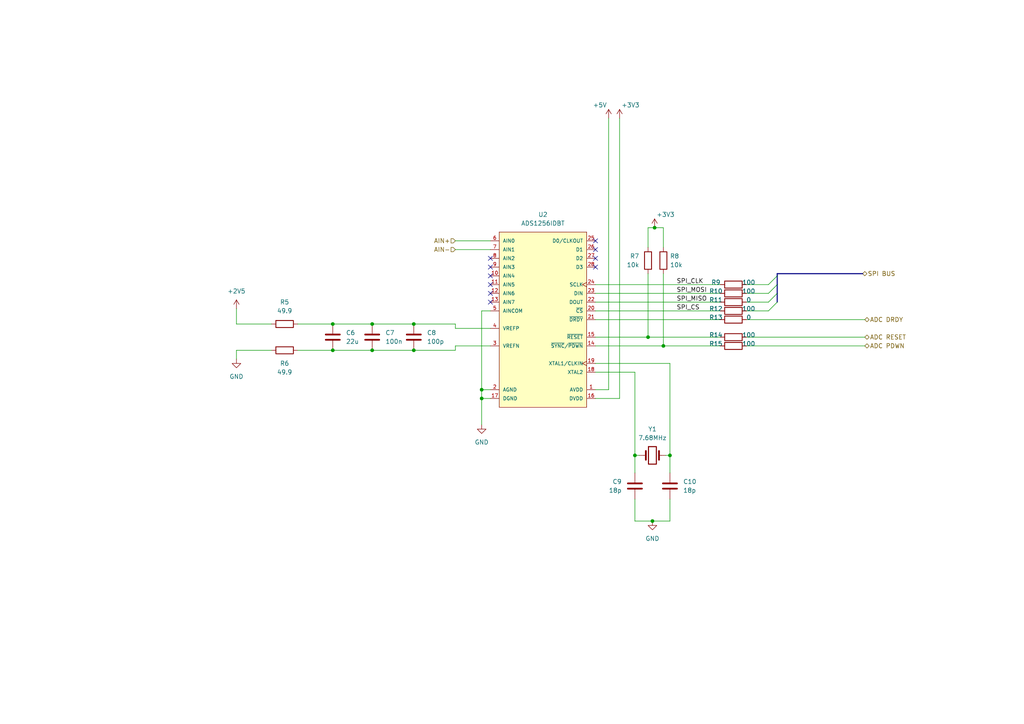
<source format=kicad_sch>
(kicad_sch (version 20211123) (generator eeschema)
  (paper "A4")
  (lib_symbols
    (symbol "ADS1256:ADS1256IDBT" (pin_names (offset 1.016))
      (property "Reference" "U" (at 0 5.08 0))
      (property "Value" "ADS1256IDBT" (at 0 7.62 0))
      (symbol "ADS1256IDBT_1_1"
        (rectangle (start 5.08 2.54) (end 30.48 -48.26) (fill (type background)))
        (pin power_in line (at 2.54 -43.18 0) (length 2.54) (name "AVDD") (number "1"))
        (pin input line (at 33.02 -10.16 180) (length 2.54) (name "AIN4") (number "10"))
        (pin input line (at 33.02 -12.7 180) (length 2.54) (name "AIN5") (number "11"))
        (pin input line (at 33.02 -15.24 180) (length 2.54) (name "AIN6") (number "12"))
        (pin input line (at 33.02 -17.78 180) (length 2.54) (name "AIN7") (number "13"))
        (pin input line (at 2.54 -30.48 0) (length 2.54) (name "~{SYNC}/~{PDWN}") (number "14"))
        (pin input line (at 2.54 -27.94 0) (length 2.54) (name "~{RESET}") (number "15"))
        (pin power_in line (at 2.54 -45.72 0) (length 2.54) (name "DVDD") (number "16"))
        (pin power_in line (at 33.02 -45.72 180) (length 2.54) (name "DGND") (number "17"))
        (pin passive line (at 2.54 -38.1 0) (length 2.54) (name "XTAL2") (number "18"))
        (pin input clock (at 2.54 -35.56 0) (length 2.54) (name "XTAL1/CLKIN") (number "19"))
        (pin power_in line (at 33.02 -43.18 180) (length 2.54) (name "AGND") (number "2"))
        (pin input line (at 2.54 -20.32 0) (length 2.54) (name "~{CS}") (number "20"))
        (pin output line (at 2.54 -22.86 0) (length 2.54) (name "~{DRDY}") (number "21"))
        (pin unspecified line (at 2.54 -17.78 0) (length 2.54) (name "DOUT") (number "22"))
        (pin input line (at 2.54 -15.24 0) (length 2.54) (name "DIN") (number "23"))
        (pin input clock (at 2.54 -12.7 0) (length 2.54) (name "SCLK") (number "24"))
        (pin bidirectional line (at 2.54 0 0) (length 2.54) (name "D0/CLKOUT") (number "25"))
        (pin bidirectional line (at 2.54 -2.54 0) (length 2.54) (name "D1") (number "26"))
        (pin bidirectional line (at 2.54 -5.08 0) (length 2.54) (name "D2") (number "27"))
        (pin bidirectional line (at 2.54 -7.62 0) (length 2.54) (name "D3") (number "28"))
        (pin input line (at 33.02 -30.48 180) (length 2.54) (name "VREFN") (number "3"))
        (pin input line (at 33.02 -25.4 180) (length 2.54) (name "VREFP") (number "4"))
        (pin input line (at 33.02 -20.32 180) (length 2.54) (name "AINCOM") (number "5"))
        (pin input line (at 33.02 0 180) (length 2.54) (name "AIN0") (number "6"))
        (pin input line (at 33.02 -2.54 180) (length 2.54) (name "AIN1") (number "7"))
        (pin input line (at 33.02 -5.08 180) (length 2.54) (name "AIN2") (number "8"))
        (pin input line (at 33.02 -7.62 180) (length 2.54) (name "AIN3") (number "9"))
      )
    )
    (symbol "Device:C" (pin_numbers hide) (pin_names (offset 0.254))
      (property "Reference" "C" (at 0.635 2.54 0))
      (property "Value" "C" (at 0.635 -2.54 0))
      (symbol "C_0_1"
        (polyline (pts (xy -2.032 -0.762) (xy 2.032 -0.762)) (stroke (width 0.508)))
        (polyline (pts (xy -2.032 0.762) (xy 2.032 0.762)) (stroke (width 0.508)))
      )
      (symbol "C_1_1"
        (pin passive line (at 0 3.81 270) (length 2.794) (name "~") (number "1"))
        (pin passive line (at 0 -3.81 90) (length 2.794) (name "~") (number "2"))
      )
    )
    (symbol "Device:Crystal" (pin_numbers hide) (pin_names (offset 1.016) hide)
      (property "Reference" "Y" (at 0 3.81 0))
      (property "Value" "Crystal" (at 0 -3.81 0))
      (symbol "Crystal_0_1"
        (rectangle (start -1.143 2.54) (end 1.143 -2.54) (stroke (width 0.3048)))
        (polyline (pts (xy -2.54 0) (xy -1.905 0)))
        (polyline (pts (xy -1.905 -1.27) (xy -1.905 1.27)) (stroke (width 0.508)))
        (polyline (pts (xy 1.905 -1.27) (xy 1.905 1.27)) (stroke (width 0.508)))
        (polyline (pts (xy 2.54 0) (xy 1.905 0)))
      )
      (symbol "Crystal_1_1"
        (pin passive line (at -3.81 0 0) (length 1.27) (name "1") (number "1"))
        (pin passive line (at 3.81 0 180) (length 1.27) (name "2") (number "2"))
      )
    )
    (symbol "Device:R" (pin_numbers hide) (pin_names (offset 0))
      (property "Reference" "R" (at 2.032 0 90))
      (property "Value" "R" (at 0 0 90))
      (symbol "R_0_1"
        (rectangle (start -1.016 -2.54) (end 1.016 2.54) (stroke (width 0.254)))
      )
      (symbol "R_1_1"
        (pin passive line (at 0 3.81 270) (length 1.27) (name "~") (number "1"))
        (pin passive line (at 0 -3.81 90) (length 1.27) (name "~") (number "2"))
      )
    )
    (symbol "power:+2V5" (power) (pin_names (offset 0))
      (property "Value" "+2V5" (at 0 3.556 0))
      (symbol "+2V5_0_1"
        (polyline (pts (xy -0.762 1.27) (xy 0 2.54)))
        (polyline (pts (xy 0 0) (xy 0 2.54)))
        (polyline (pts (xy 0 2.54) (xy 0.762 1.27)))
      )
      (symbol "+2V5_1_1"
        (pin power_in line (at 0 0 90) (length 0) hide (name "+2V5") (number "1"))
      )
    )
    (symbol "power:+3.3V" (power) (pin_names (offset 0))
      (property "Value" "+3.3V" (at 0 3.556 0))
      (symbol "+3.3V_0_1"
        (polyline (pts (xy -0.762 1.27) (xy 0 2.54)))
        (polyline (pts (xy 0 0) (xy 0 2.54)))
        (polyline (pts (xy 0 2.54) (xy 0.762 1.27)))
      )
      (symbol "+3.3V_1_1"
        (pin power_in line (at 0 0 90) (length 0) hide (name "+3V3") (number "1"))
      )
    )
    (symbol "power:+5V" (power) (pin_names (offset 0))
      (property "Value" "+5V" (at 0 3.556 0))
      (symbol "+5V_0_1"
        (polyline (pts (xy -0.762 1.27) (xy 0 2.54)))
        (polyline (pts (xy 0 0) (xy 0 2.54)))
        (polyline (pts (xy 0 2.54) (xy 0.762 1.27)))
      )
      (symbol "+5V_1_1"
        (pin power_in line (at 0 0 90) (length 0) hide (name "+5V") (number "1"))
      )
    )
    (symbol "power:GND" (power) (pin_names (offset 0))
      (property "Value" "GND" (at 0 -3.81 0))
      (symbol "GND_0_1"
        (polyline (pts (xy 0 0) (xy 0 -1.27) (xy 1.27 -1.27) (xy 0 -2.54) (xy -1.27 -1.27) (xy 0 -1.27)))
      )
      (symbol "GND_1_1"
        (pin power_in line (at 0 0 270) (length 0) hide (name "GND") (number "1"))
      )
    )
  )
  (junction (at 107.95 93.98))
  (junction (at 139.7 115.57))
  (junction (at 189.865 66.04))
  (junction (at 120.015 93.98))
  (junction (at 96.52 101.6))
  (junction (at 139.7 113.03))
  (junction (at 120.015 101.6))
  (junction (at 189.23 151.13))
  (junction (at 194.31 132.08))
  (junction (at 184.15 132.08))
  (junction (at 96.52 93.98))
  (junction (at 192.405 100.33))
  (junction (at 107.95 101.6))
  (junction (at 187.96 97.79))
  (no_connect (at 172.72 69.85))
  (no_connect (at 142.24 74.93))
  (no_connect (at 142.24 77.47))
  (no_connect (at 142.24 80.01))
  (no_connect (at 172.72 72.39))
  (no_connect (at 172.72 74.93))
  (no_connect (at 172.72 77.47))
  (no_connect (at 142.24 82.55))
  (no_connect (at 142.24 85.09))
  (no_connect (at 142.24 87.63))
  (bus_entry (at 222.885 90.17) (size 2.54 -2.54))
  (bus_entry (at 222.885 87.63) (size 2.54 -2.54))
  (bus_entry (at 222.885 85.09) (size 2.54 -2.54))
  (bus_entry (at 222.885 82.55) (size 2.54 -2.54))
  (wire (pts (xy 216.535 82.55) (xy 222.885 82.55)))
  (wire (pts (xy 172.72 90.17) (xy 208.915 90.17)))
  (wire (pts (xy 120.015 93.98) (xy 132.08 93.98)))
  (bus (pts (xy 225.425 87.63) (xy 225.425 85.09)))
  (wire (pts (xy 132.08 101.6) (xy 120.015 101.6)))
  (wire (pts (xy 172.72 113.03) (xy 176.53 113.03)))
  (wire (pts (xy 132.08 72.39) (xy 142.24 72.39)))
  (wire (pts (xy 184.15 132.08) (xy 185.42 132.08)))
  (wire (pts (xy 172.72 87.63) (xy 208.915 87.63)))
  (wire (pts (xy 184.15 137.16) (xy 184.15 132.08)))
  (wire (pts (xy 187.96 97.79) (xy 187.96 79.375)))
  (wire (pts (xy 68.58 93.98) (xy 78.74 93.98)))
  (wire (pts (xy 142.24 115.57) (xy 139.7 115.57)))
  (wire (pts (xy 194.31 151.13) (xy 189.23 151.13)))
  (bus (pts (xy 225.425 80.01) (xy 225.425 79.375)))
  (wire (pts (xy 187.96 97.79) (xy 208.915 97.79)))
  (wire (pts (xy 187.96 71.755) (xy 187.96 66.04)))
  (wire (pts (xy 216.535 90.17) (xy 222.885 90.17)))
  (wire (pts (xy 184.15 132.08) (xy 184.15 107.95)))
  (wire (pts (xy 139.7 113.03) (xy 139.7 115.57)))
  (wire (pts (xy 179.705 115.57) (xy 172.72 115.57)))
  (wire (pts (xy 176.53 113.03) (xy 176.53 34.29)))
  (wire (pts (xy 107.95 93.98) (xy 120.015 93.98)))
  (wire (pts (xy 68.58 89.535) (xy 68.58 93.98)))
  (bus (pts (xy 225.425 82.55) (xy 225.425 80.01)))
  (wire (pts (xy 86.36 101.6) (xy 96.52 101.6)))
  (wire (pts (xy 132.08 100.33) (xy 142.24 100.33)))
  (wire (pts (xy 192.405 66.04) (xy 189.865 66.04)))
  (wire (pts (xy 216.535 87.63) (xy 222.885 87.63)))
  (wire (pts (xy 172.72 92.71) (xy 208.915 92.71)))
  (wire (pts (xy 216.535 97.79) (xy 250.825 97.79)))
  (wire (pts (xy 172.72 105.41) (xy 194.31 105.41)))
  (wire (pts (xy 132.08 69.85) (xy 142.24 69.85)))
  (wire (pts (xy 184.15 144.78) (xy 184.15 151.13)))
  (wire (pts (xy 184.15 107.95) (xy 172.72 107.95)))
  (wire (pts (xy 193.04 132.08) (xy 194.31 132.08)))
  (bus (pts (xy 225.425 85.09) (xy 225.425 82.55)))
  (wire (pts (xy 194.31 105.41) (xy 194.31 132.08)))
  (wire (pts (xy 172.72 85.09) (xy 208.915 85.09)))
  (wire (pts (xy 172.72 82.55) (xy 208.915 82.55)))
  (wire (pts (xy 139.7 115.57) (xy 139.7 123.19)))
  (wire (pts (xy 86.36 93.98) (xy 96.52 93.98)))
  (wire (pts (xy 139.7 90.17) (xy 139.7 113.03)))
  (bus (pts (xy 225.425 79.375) (xy 250.19 79.375)))
  (wire (pts (xy 107.95 101.6) (xy 120.015 101.6)))
  (wire (pts (xy 132.08 95.25) (xy 142.24 95.25)))
  (wire (pts (xy 132.08 100.33) (xy 132.08 101.6)))
  (wire (pts (xy 216.535 100.33) (xy 250.825 100.33)))
  (wire (pts (xy 172.72 100.33) (xy 192.405 100.33)))
  (wire (pts (xy 179.705 34.29) (xy 179.705 115.57)))
  (wire (pts (xy 194.31 132.08) (xy 194.31 137.16)))
  (wire (pts (xy 96.52 93.98) (xy 107.95 93.98)))
  (wire (pts (xy 187.96 66.04) (xy 189.865 66.04)))
  (wire (pts (xy 216.535 85.09) (xy 222.885 85.09)))
  (wire (pts (xy 192.405 100.33) (xy 208.915 100.33)))
  (wire (pts (xy 68.58 101.6) (xy 78.74 101.6)))
  (wire (pts (xy 142.24 90.17) (xy 139.7 90.17)))
  (wire (pts (xy 184.15 151.13) (xy 189.23 151.13)))
  (wire (pts (xy 192.405 71.755) (xy 192.405 66.04)))
  (wire (pts (xy 172.72 97.79) (xy 187.96 97.79)))
  (wire (pts (xy 132.08 93.98) (xy 132.08 95.25)))
  (wire (pts (xy 142.24 113.03) (xy 139.7 113.03)))
  (wire (pts (xy 216.535 92.71) (xy 250.825 92.71)))
  (wire (pts (xy 68.58 104.14) (xy 68.58 101.6)))
  (wire (pts (xy 192.405 100.33) (xy 192.405 79.375)))
  (wire (pts (xy 96.52 101.6) (xy 107.95 101.6)))
  (wire (pts (xy 194.31 144.78) (xy 194.31 151.13)))
  (label "SPI_CS" (at 196.215 90.17 0))
  (label "SPI_MOSI" (at 196.215 85.09 0))
  (label "SPI_CLK" (at 196.215 82.55 0))
  (label "SPI_MISO" (at 196.215 87.63 0))
  (hierarchical_label "AIN+" (shape input) (at 132.08 69.85 180))
  (hierarchical_label "ADC RESET" (shape bidirectional) (at 250.825 97.79 0))
  (hierarchical_label "ADC PDWN" (shape bidirectional) (at 250.825 100.33 0))
  (hierarchical_label "SPI BUS" (shape bidirectional) (at 250.19 79.375 0))
  (hierarchical_label "ADC DRDY" (shape bidirectional) (at 250.825 92.71 0))
  (hierarchical_label "AIN-" (shape input) (at 132.08 72.39 180))
  (symbol (lib_id "Device:R") (at 82.55 93.98 90) (unit 1)
    (property "Reference" "R5" (at 82.55 87.63 90))
    (property "Value" "49.9" (at 82.55 90.17 90))
    (property "Footprint" "Resistor_SMD:R_0805_2012Metric_Pad1.20x1.40mm_HandSolder" (effects hide))
  )
  (symbol (lib_id "power:GND") (at 68.58 104.14 0) (unit 1)
    (property "Reference" "#PWR06" (effects hide))
    (property "Value" "GND" (at 68.58 109.22 0))
  )
  (symbol (lib_id "power:GND") (at 139.7 123.19 0) (unit 1)
    (property "Reference" "#PWR07" (effects hide))
    (property "Value" "GND" (at 139.7 128.27 0))
  )
  (symbol (lib_id "Device:Crystal") (at 189.23 132.08 0) (unit 1)
    (property "Reference" "Y1" (at 189.23 124.46 0))
    (property "Value" "7.68MHz" (at 189.23 127 0))
  )
  (symbol (lib_id "ADS1256:ADS1256IDBT") (at 175.26 69.85 0) (mirror y) (unit 1)
    (property "Reference" "U2" (at 157.48 62.23 0))
    (property "Value" "ADS1256IDBT" (at 157.48 64.77 0))
    (property "Footprint" "ADS1256:Texas_Instruments-ADS1256IDBT-Level_A" (effects hide))
    (property "Datasheet" "http://www.ti.com/general/docs/lit/getliterature.tsp?genericPartNumber=ADS1256&fileType=pdf" (effects hide))
    (property "Analog Voltage AVDDMaxV" "5.25" (effects hide))
    (property "Analog Voltage AVDDMinV" "4.75" (effects hide))
    (property "Architecture" "Delta-Sigma" (effects hide))
    (property "Code  JEDEC" "MO-150" (effects hide))
    (property "Component Link 1 Description" "Manufacturer URL" (effects hide))
    (property "Component Link 1 URL" "http://www.ti.com/" (effects hide))
    (property "Component Link 3 Description" "Package Specification" (effects hide))
    (property "Component Link 3 URL" "http://www.ti.com/lit/ml/msso002e/msso002e.pdf" (effects hide))
    (property "Datasheet Version" "SBAS288J" (effects hide))
    (property "Digital SupplyMaxV" "3.6" (effects hide))
    (property "Digital SupplyMinV" "1.8" (effects hide))
    (property "Interface" "Serial SPI" (effects hide))
    (property "Mounting Technology" "Surface Mount" (effects hide))
    (property "Package Description" "28-Pin Plastic Small Outline, Body 10.2 X 5.3 mm, Pitch 0.65 mm" (effects hide))
    (property "Package Version" "4040065/E, 12/2001" (effects hide))
    (property "Resolution Bits" "24" (effects hide))
    (property "Sample Rate maxSPS" "30k" (effects hide))
    (property "Sub Family" "Precision ADC (<=10MSPS)" (effects hide))
    (property "Input Channels" "8" (effects hide))
    (property "category" "IC" (effects hide))
    (property "ciiva ids" "1032945" (effects hide))
    (property "library id" "c759b8ce2832afe6" (effects hide))
    (property "manufacturer" "Texas Instruments" (effects hide))
    (property "package" "DB28" (effects hide))
    (property "release date" "1386841293" (effects hide))
    (property "rohs" "Yes" (effects hide))
    (property "vault revision" "3B469DCD-A5C2-4821-9377-BA283C97E484" (effects hide))
    (property "imported" "yes" (effects hide))
  )
  (symbol (lib_id "power:+5V") (at 176.53 34.29 0) (unit 1)
    (property "Reference" "#PWR08" (effects hide))
    (property "Value" "+5V" (at 173.99 30.48 0))
  )
  (symbol (lib_id "Device:R") (at 192.405 75.565 0) (unit 1)
    (property "Reference" "R8" (at 194.31 74.2949 0) (effects (justify left)))
    (property "Value" "10k" (at 194.31 76.8349 0) (effects (justify left)))
  )
  (symbol (lib_id "Device:C") (at 107.95 97.79 0) (unit 1)
    (property "Reference" "C7" (at 111.76 96.5199 0) (effects (justify left)))
    (property "Value" "100n" (at 111.76 99.0599 0) (effects (justify left)))
    (property "Footprint" "Capacitor_SMD:C_0805_2012Metric_Pad1.18x1.45mm_HandSolder" (effects hide))
  )
  (symbol (lib_id "Device:R") (at 187.96 75.565 0) (mirror x) (unit 1)
    (property "Reference" "R7" (at 185.42 74.2949 0) (effects (justify right)))
    (property "Value" "10k" (at 185.42 76.8349 0) (effects (justify right)))
  )
  (symbol (lib_id "Device:C") (at 184.15 140.97 0) (mirror x) (unit 1)
    (property "Reference" "C9" (at 180.34 139.6999 0) (effects (justify right)))
    (property "Value" "18p" (at 180.34 142.2399 0) (effects (justify right)))
    (property "Footprint" "Capacitor_SMD:C_0805_2012Metric_Pad1.18x1.45mm_HandSolder" (effects hide))
  )
  (symbol (lib_id "Device:R") (at 212.725 90.17 270) (mirror x) (unit 1)
    (property "Reference" "R12" (at 207.645 89.535 90))
    (property "Value" "100" (at 217.17 89.535 90))
  )
  (symbol (lib_id "Device:R") (at 82.55 101.6 90) (mirror x) (unit 1)
    (property "Reference" "R6" (at 82.55 105.41 90))
    (property "Value" "49.9" (at 82.55 107.95 90))
    (property "Footprint" "Resistor_SMD:R_0805_2012Metric_Pad1.20x1.40mm_HandSolder" (effects hide))
  )
  (symbol (lib_id "Device:C") (at 120.015 97.79 0) (unit 1)
    (property "Reference" "C8" (at 123.825 96.5199 0) (effects (justify left)))
    (property "Value" "100p" (at 123.825 99.0599 0) (effects (justify left)))
    (property "Footprint" "Capacitor_SMD:C_0805_2012Metric_Pad1.18x1.45mm_HandSolder" (effects hide))
  )
  (symbol (lib_id "power:+3.3V") (at 189.865 66.04 0) (unit 1)
    (property "Reference" "#PWR011" (effects hide))
    (property "Value" "+3.3V" (at 193.04 62.23 0))
  )
  (symbol (lib_id "Device:R") (at 212.725 97.79 270) (mirror x) (unit 1)
    (property "Reference" "R14" (at 207.645 97.155 90))
    (property "Value" "100" (at 217.17 97.155 90))
  )
  (symbol (lib_id "Device:R") (at 212.725 100.33 270) (mirror x) (unit 1)
    (property "Reference" "R15" (at 207.645 99.695 90))
    (property "Value" "100" (at 217.17 99.695 90))
  )
  (symbol (lib_id "Device:R") (at 212.725 85.09 270) (mirror x) (unit 1)
    (property "Reference" "R10" (at 207.645 84.455 90))
    (property "Value" "100" (at 217.17 84.455 90))
  )
  (symbol (lib_id "Device:R") (at 212.725 92.71 270) (mirror x) (unit 1)
    (property "Reference" "R13" (at 207.645 92.075 90))
    (property "Value" "0" (at 217.17 92.075 90))
  )
  (symbol (lib_id "Device:C") (at 194.31 140.97 0) (unit 1)
    (property "Reference" "C10" (at 198.12 139.6999 0) (effects (justify left)))
    (property "Value" "18p" (at 198.12 142.2399 0) (effects (justify left)))
    (property "Footprint" "Capacitor_SMD:C_0805_2012Metric_Pad1.18x1.45mm_HandSolder" (effects hide))
  )
  (symbol (lib_id "Device:C") (at 96.52 97.79 0) (unit 1)
    (property "Reference" "C6" (at 100.33 96.5199 0) (effects (justify left)))
    (property "Value" "22u" (at 100.33 99.0599 0) (effects (justify left)))
    (property "Footprint" "Capacitor_SMD:C_0805_2012Metric_Pad1.18x1.45mm_HandSolder" (effects hide))
  )
  (symbol (lib_id "power:+2V5") (at 68.58 89.535 0) (unit 1)
    (property "Reference" "#PWR05" (effects hide))
    (property "Value" "+2V5" (at 68.58 84.455 0))
  )
  (symbol (lib_id "power:GND") (at 189.23 151.13 0) (unit 1)
    (property "Reference" "#PWR010" (effects hide))
    (property "Value" "GND" (at 189.23 156.21 0))
  )
  (symbol (lib_id "Device:R") (at 212.725 87.63 270) (mirror x) (unit 1)
    (property "Reference" "R11" (at 207.645 86.995 90))
    (property "Value" "0" (at 217.17 86.995 90))
  )
  (symbol (lib_id "Device:R") (at 212.725 82.55 270) (mirror x) (unit 1)
    (property "Reference" "R9" (at 207.645 81.915 90))
    (property "Value" "100" (at 217.17 81.915 90))
  )
  (symbol (lib_id "power:+3.3V") (at 179.705 34.29 0) (unit 1)
    (property "Reference" "#PWR09" (effects hide))
    (property "Value" "+3.3V" (at 182.88 30.48 0))
  )
)
</source>
